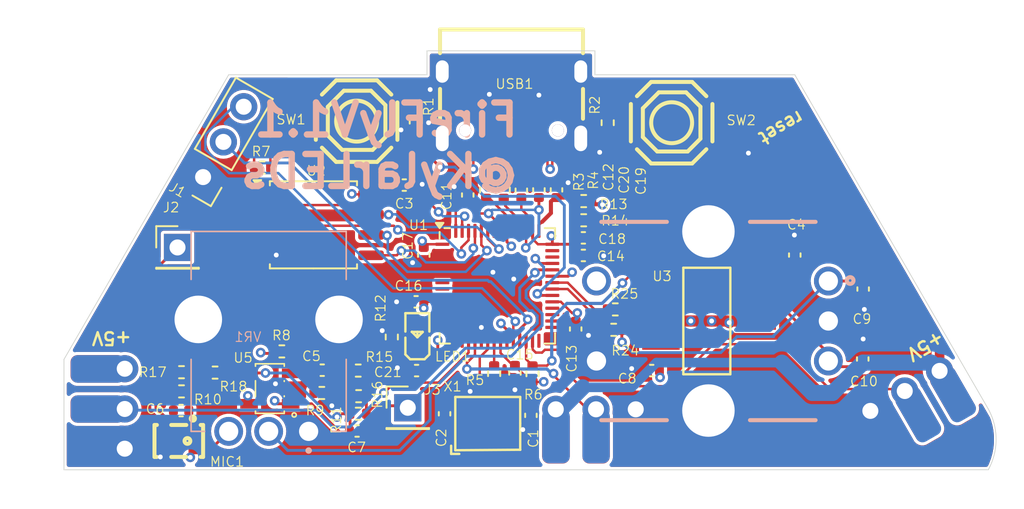
<source format=kicad_pcb>
(kicad_pcb (version 20240108) (generator "pcbnew") (generator_version "8.0")
  (layers (0 "F.Cu" signal) (1 "In1.Cu" signal) (2 "In2.Cu" signal) (31 "B.Cu" signal) (34 "B.Paste" user) (35 "F.Paste" user) (36 "B.SilkS" user "B.Silkscreen") (37 "F.SilkS" user "F.Silkscreen") (38 "B.Mask" user) (39 "F.Mask" user) (44 "Edge.Cuts" user))
  (net 0 "")
  (net 1 "BOARD_ID_0")
  (net 2 "Net-(X1-OSC2)")
  (net 6 "XIN")
  (net 7 "3V3")
  (net 8 "+5V")
  (net 9 "Net-(U5-VIN+)")
  (net 11 "MIC_RAW_OUT")
  (net 12 "Net-(C6-Pad2)")
  (net 13 "Net-(U5-VIN-)")
  (net 14 "MIC_ADC")
  (net 15 "/A")
  (net 16 "/B")
  (net 17 "Net-(U1-VREG_VOUT)")
  (net 18 "SWCLK")
  (net 19 "SWDIO")
  (net 21 "LED_OUT_1")
  (net 22 "LED_OUT_2")
  (net 23 "LED_OUT_3")
  (net 24 "Net-(LED1-K)")
  (net 29 "Net-(USB1-CC2)")
  (net 30 "Net-(USB1-CC1)")
  (net 31 "Net-(U1-USB_DP)")
  (net 35 "USB_DP")
  (net 36 "USB_DM")
  (net 37 "Net-(U1-USB_DM)")
  (net 38 "XOUT")
  (net 39 "QSPI_SS")
  (net 40 "Net-(SW1-B)")
  (net 41 "Net-(R15-Pad1)")
  (net 42 "Net-(R17-Pad1)")
  (net 43 "ENC_A")
  (net 44 "ENC_B")
  (net 45 "BUTTON")
  (net 47 "QSPI_SD3")
  (net 48 "QSPI_SP0")
  (net 49 "QSPI_SD2")
  (net 50 "POT_ADC")
  (net 51 "QSPI_CLK")
  (net 52 "ENC_SW")
  (net 53 "QSPI_SP1")
  (net 56 "STATUS_LED")
  (net 59 "ADC_VREF")
  (net 60 "Net-(SW2-D)")
  (footprint "easyeda2kicad:SW-SMD_4P-L5.1-W5.1-P3.70-LS6.5-TL-2" (layer "F.Cu") (at 225 97.5 180)
    (property "Reference" "SW2")
    (property "Value" "TS-1187A-B-A-B")
  )
  (footprint "Resistor_SMD:R_0402_1005Metric" (layer "F.Cu") (at 196.45 113.125 180)
    (property "Reference" "R18")
    (property "Value" "0")
  )
  (footprint "Resistor_SMD:R_0402_1005Metric" (layer "F.Cu") (at 205.425 114.6 180)
    (property "Reference" "R16")
    (property "Value" "0")
  )
  (footprint "Resistor_SMD:R_0402_1005Metric" (layer "F.Cu") (at 199.4 100.3)
    (property "Reference" "R7")
    (property "Value" "1K")
  )
  (footprint "Resistor_SMD:R_0402_1005Metric" (layer "F.Cu") (at 205.4 115.7 180)
    (property "Reference" "R11")
    (property "Value" "200k")
  )
  (footprint "Package_SO:SOIC-8_5.23x5.23mm_P1.27mm" (layer "F.Cu") (at 202.6 103.885)
    (property "Reference" "U2")
    (property "Value" "W25Q32JVSS")
  )
  (footprint "Capacitor_SMD:C_0402_1005Metric" (layer "F.Cu") (at 215.6 101.72 90)
    (property "Reference" "C12")
    (property "Value" "1uF")
  )
  (footprint "Resistor_SMD:R_0402_1005Metric" (layer "F.Cu") (at 219.5 102.4 180)
    (property "Reference" "R13")
    (property "Value" "220")
  )
  (footprint "Capacitor_SMD:C_0402_1005Metric" (layer "F.Cu") (at 217.8 101.7 90)
    (property "Reference" "C19")
    (property "Value" "2.2uF")
  )
  (footprint "Resistor_SMD:R_0402_1005Metric" (layer "F.Cu") (at 203.125 114.4 180)
    (property "Reference" "R9")
    (property "Value" "10K")
  )
  (footprint "easyeda2kicad:MIC-SMD_4P-L2.8-W1.9-P1.84-TL" (layer "F.Cu") (at 194.1 117.4 -90)
    (property "Reference" "MIC1")
    (property "Value" "ZTS6216")
  )
  (footprint "Capacitor_SMD:C_0402_1005Metric" (layer "F.Cu") (at 223.755 113 180)
    (property "Reference" "C8")
    (property "Value" "10uF")
  )
  (footprint "easyeda2kicad:LED0603-RD" (layer "F.Cu") (at 209.1 110.8 90)
    (property "Reference" "LED1")
    (property "Value" "KT-0603R")
  )
  (footprint "Resistor_SMD:R_0402_1005Metric" (layer "F.Cu") (at 219.5 103.6 180)
    (property "Reference" "R14")
    (property "Value" "0")
  )
  (footprint "Capacitor_SMD:C_0402_1005Metric" (layer "F.Cu") (at 219.48 104.7)
    (property "Reference" "C18")
    (property "Value" "100nF")
  )
  (footprint "Capacitor_SMD:C_0402_1005Metric" (layer "F.Cu") (at 205.33 116.775)
    (property "Reference" "C7")
    (property "Value" "33pF")
  )
  (footprint "Capacitor_SMD:C_0402_1005Metric" (layer "F.Cu") (at 208.28 101.4 180)
    (property "Reference" "C3")
    (property "Value" "10uF")
  )
  (footprint "Capacitor_SMD:C_0402_1005Metric" (layer "F.Cu") (at 194.325 115.5 180)
    (property "Reference" "C6")
    (property "Value" "2.2uF")
  )
  (footprint "Resistor_SMD:R_0402_1005Metric" (layer "F.Cu") (at 213.4 101.7 -90)
    (property "Reference" "R3")
    (property "Value" "22")
  )
  (footprint "Capacitor_SMD:C_0402_1005Metric" (layer "F.Cu") (at 203.15 112.975 180)
    (property "Reference" "C5")
    (property "Value" "1uF")
  )
  (footprint "easyeda2kicad:OSC-SMD_4P-L3.2-W2.5-BL" (layer "F.Cu") (at 213.5 116.3)
    (property "Reference" "X1")
    (property "Value" "X322512MSB4SI")
  )
  (footprint "easyeda2kicad:SOT-23-5_L3.0-W1.7-P0.95-LS2.8-BR" (layer "F.Cu") (at 199.875 114.125)
    (property "Reference" "U5")
    (property "Value" "MCP6001T-I/OT")
  )
  (footprint "Resistor_SMD:R_0402_1005Metric" (layer "F.Cu") (at 207.5 110.9 -90)
    (property "Reference" "R12")
    (property "Value" "220")
  )
  (footprint "Capacitor_SMD:C_0402_1005Metric" (layer "F.Cu") (at 215.2 113.15 -90)
    (property "Reference" "C15")
    (property "Value" "100nF")
  )
  (footprint "Resistor_SMD:R_0402_1005Metric" (layer "F.Cu") (at 213.9 113.19 90)
    (property "Reference" "R5")
    (property "Value" "1K")
  )
  (footprint "Capacitor_SMD:C_0402_1005Metric" (layer "F.Cu") (at 236.975 107.9 -90)
    (property "Reference" "C9")
    (property "Value" "0.1uF")
  )
  (footprint "mouser:ledstrip_3pin_withpins" (layer "F.Cu") (at 241.340511 117.301414 120)
    (property "Reference" "LEDS3" (hide yes))
    (property "Value" "ledstrip_3pin_10mm" (hide yes))
  )
  (footprint "Resistor_SMD:R_0402_1005Metric" (layer "F.Cu") (at 209 97.4 90)
    (property "Reference" "R1")
    (property "Value" "5.1K")
  )
  (footprint "Capacitor_SMD:C_0402_1005Metric" (layer "F.Cu") (at 216.2 115.8 90)
    (property "Reference" "C1")
    (property "Value" "15pF")
  )
  (footprint "Resistor_SMD:R_0402_1005Metric" (layer "F.Cu") (at 194.35 114.3 180)
    (property "Reference" "R10")
    (property "Value" "3.3k")
  )
  (footprint "Resistor_SMD:R_0402_1005Metric" (layer "F.Cu") (at 205.4 113 180)
    (property "Reference" "R15")
    (property "Value" "100k")
  )
  (footprint "Package_DFN_QFN:QFN-56-1EP_7x7mm_P0.4mm_EP3.2x3.2mm" (layer "F.Cu") (at 214.1 107.7)
    (property "Reference" "U1")
    (property "Value" "RP2040")
  )
  (footprint "Connector_PinHeader_2.54mm:PinHeader_1x01_P2.54mm_Vertical" (layer "F.Cu") (at 208.5 115.325)
    (property "Reference" "J3")
    (property "Value" "Conn_01x01_Pin")
  )
  (footprint "Resistor_SMD:R_0402_1005Metric" (layer "F.Cu") (at 216.3 113.2 90)
    (property "Reference" "R6")
    (property "Value" "10K")
  )
  (footprint "Capacitor_SMD:C_0402_1005Metric" (layer "F.Cu") (at 212.25 102.02 90)
    (property "Reference" "C11")
    (property "Value" "1uF")
  )
  (footprint "Capacitor_SMD:C_0402_1005Metric" (layer "F.Cu") (at 209.02 108.7 180)
    (property "Reference" "C16")
    (property "Value" "100nF")
  )
  (footprint "easyeda2kicad:SOT-223-3_L6.5-W3.4-P2.30-LS7.0-BR" (layer "F.Cu") (at 227.3 109.9)
    (property "Reference" "U3")
    (property "Value" "AMS1117-3.3")
  )
  (footprint "Capacitor_SMD:C_0402_1005Metric" (layer "F.Cu") (at 232.7 105.775 90)
    (property "Reference" "C4")
    (property "Value" "10uF")
  )
  (footprint "Resistor_SMD:R_0402_1005Metric" (layer "F.Cu") (at 214.5 101.7 -90)
    (property "Reference" "R4")
    (property "Value" "22")
  )
  (footprint "Capacitor_SMD:C_0402_1005Metric" (layer "F.Cu") (at 219 110.4 -90)
    (property "Reference" "C13")
    (property "Value" "100nF")
  )
  (footprint "Resistor_SMD:R_0402_1005Metric" (layer "F.Cu") (at 200.625 111.8 180)
    (property "Reference" "R8")
    (property "Value" "10K")
  )
  (footprint "Resistor_SMD:R_0402_1005Metric" (layer "F.Cu") (at 221.375 110.45)
    (property "Reference" "R24")
    (property "Value" "10k")
  )
  (footprint "Resistor_SMD:R_0402_1005Metric" (layer "F.Cu") (at 194.35 113.1 180)
    (property "Reference" "R17")
    (property "Value" "10k")
  )
  (footprint "Resistor_SMD:R_0402_1005Metric" (layer "F.Cu") (at 221 97.5 -90)
    (property "Reference" "R2")
    (property "Value" "5.1K")
  )
  (footprint "Capacitor_SMD:C_0402_1005Metric" (layer "F.Cu") (at 219.48 105.8)
    (property "Reference" "C14")
    (property "Value" "100nF")
  )
  (footprint "Capacitor_SMD:C_0402_1005Metric" (layer "F.Cu") (at 210.8 115.7 -90)
    (property "Reference" "C2")
    (property "Value" "15pF")
  )
  (footprint "easyeda2kicad:USB-C_SMD-TYPE-C-31-M-12" (layer "F.Cu") (at 214.9865 96.77 180)
    (property "Reference" "USB1")
    (property "Value" "USB-TYPE-C-018")
  )
  (footprint "Connector_PinHeader_2.54mm:PinHeader_1x01_P2.54mm_Vertical" (layer "F.Cu") (at 194.1 105.3)
    (property "Reference" "J2")
    (property "Value" "Conn_01x01_Pin")
  )
  (footprint "Resistor_SMD:R_0402_1005Metric" (layer "F.Cu") (at 221.475 109.175)
    (property "Reference" "R25")
    (property "Value" "10k")
  )
  (footprint "Connector_PinHeader_2.54mm:PinHeader_1x03_P2.54mm_Vertical" (layer "F.Cu") (at 195.7 100.9 150)
    (property "Reference" "J1")
    (property "Value" "Conn_01x03")
  )
  (footprint "Capacitor_SMD:C_0402_1005Metric" (layer "F.Cu") (at 216.7 101.7 90)
    (property "Reference" "C20")
    (property "Value" "100nF")
  )
  (footprint "easyeda2kicad:SW-SMD_4P-L5.1-W5.1-P3.70-LS6.5-TL-2" (layer "F.Cu") (at 205.3 97.4 180)
    (property "Reference" "SW1")
    (property "Value" "TS-1187A-B-A-B")
  )
  (footprint "Capacitor_SMD:C_0402_1005Metric" (layer "F.Cu") (at 209.5 105.78 -90)
    (property "Reference" "C17")
    (property "Value" "100nF")
  )
  (footprint "Capacitor_SMD:C_0402_1005Metric" (layer "F.Cu") (at 209.05 113 180)
    (property "Reference" "C21")
    (property "Value" "100nF")
  )
  (footprint "Capacitor_SMD:C_0402_1005Metric" (layer "F.Cu") (at 236.95 112.275 -90)
    (property "Reference" "C10")
    (property "Value" "0.1uF")
  )
  (footprint "mouser:ledstrip_3pin_withpins" (layer "B.Cu") (at 220.25549 118.921351 90)
    (property "Reference" "LEDS2" (hide yes))
    (property "Value" "ledstrip_3pin_10mm" (hide yes))
  )
  (footprint "mouser:PEC12R-4XXXF-SXXXX_court" (layer "B.Cu") (at 227.3 109.9 -90)
    (property "Reference" "U7" (hide yes))
    (property "Value" "PEC12R-4215F-S0024" (hide yes))
  )
  (footprint "mouser:ledstrip_3pin_withpins" (layer "B.Cu") (at 187.3 115.385)
    (property "Reference" "LEDS1" (hide yes))
    (property "Value" "ledstrip_3pin_10mm" (hide yes))
  )
  (footprint "mouser:PTV09A4020FB103" (layer "B.Cu") (at 199.8 111.2 180)
    (property "Reference" "VR1")
    (property "Value" "PTV09A-4020F-B104" (hide yes))
  )
  (gr_line (start 187 112.3) (end 197.3 94.5) (stroke (width 0.05)) (layer "Edge.Cuts"))
  (gr_arc (start 244.8 115.4) (mid 245.288097 117.300175) (end 244.801193 119.200655) (stroke (width 0.05)) (layer "Edge.Cuts"))
  (gr_line (start 187 119.201414) (end 187 112.3) (stroke (width 0.05)) (layer "Edge.Cuts"))
  (gr_line (start 244.801193 119.200655) (end 187 119.201414) (stroke (width 0.05)) (layer "Edge.Cuts"))
  (gr_line (start 220.2 93) (end 220.2 94.5) (stroke (width 0.05)) (layer "Edge.Cuts"))
  (gr_line (start 232.7 94.5) (end 244.8 115.4) (stroke (width 0.05)) (layer "Edge.Cuts"))
  (gr_line (start 209.7 93) (end 220.2 93) (stroke (width 0.05)) (layer "Edge.Cuts"))
  (gr_line (start 197.3 94.5) (end 209.7 94.5) (stroke (width 0.05)) (layer "Edge.Cuts"))
  (gr_line (start 209.7 94.5) (end 209.7 93) (stroke (width 0.05)) (layer "Edge.Cuts"))
  (gr_line (start 220.2 94.5) (end 232.7 94.5) (stroke (width 0.05)) (layer "Edge.Cuts"))
  (gr_text "FireFlyV1.1\n@KylarLEDs" (at 215.6 101.72 0) (layer "B.SilkS") (effects (font (size 2 2) (thickness 0.4) (bold yes)) (justify left bottom mirror)))
  (gr_text "reset" (at 233 96.6 210) (layer "F.SilkS") (effects (font (size 0.8 0.8) (thickness 0.15) (bold yes)) (justify left bottom)))
  (gr_text "+5V" (at 241.8 110.4 -150) (layer "F.SilkS") (effects (font (size 0.8 0.8) (thickness 0.15) (bold yes)) (justify left bottom)))
  (gr_text "+5V" (at 191.3 110.5 180) (layer "F.SilkS") (effects (font (size 0.8 0.8) (thickness 0.15) (bold yes)) (justify left bottom)))
  (segment (start 219.96 104.8) (end 219.96 105.8) (width 0.254) (layer "F.Cu") (net 1))
  (segment (start 223.275 113) (end 222.625 113) (width 0.254) (layer "F.Cu") (net 1))
  (segment (start 220.1865 99.35) (end 219.3165 98.48) (width 0.1524) (layer "F.Cu") (net 1))
  (segment (start 203.81 115.14) (end 203.75 115.2) (width 0.1778) (layer "F.Cu") (net 1))
  (segment (start 207.01 110.39) (end 206.9 110.5) (width 0.1778) (layer "F.Cu") (net 1))
  (segment (start 215.2 113.66) (end 215.2 114.2) (width 0.1524) (layer "F.Cu") (net 1))
  (segment (start 215.6 101.24) (end 216.68 101.24) (width 0.254) (layer "F.Cu") (net 1))
  (segment (start 214.67 117.18) (end 215.2 117.18) (width 0.1524) (layer "F.Cu") (net 1))
  (segment (start 193.01 117.73) (end 193.01 118.385) (width 0.1778) (layer "F.Cu") (net 1))
  (segment (start 229.75 99.35) (end 229.8 99.4) (width 0.1524) (layer "F.Cu") (net 1))
  (segment (start 212.47 115.42) (end 212.47 114.37) (width 0.1524) (layer "F.Cu") (net 1))
  (segment (start 220.9 98.01) (end 219.7865 98.01) (width 0.1524) (layer "F.Cu") (net 1))
  (segment (start 236.975 108.38) (end 236.975 109.1) (width 0.1778) (layer "F.Cu") (net 1))
  (segment (start 200.525 114.125) (end 200.225 113.825) (width 0.1778) (layer "F.Cu") (net 1))
  (segment (start 203.81 114.4) (end 203.81 113.03) (width 0.1778) (layer "F.Cu") (net 1))
  (segment (start 211.9365 99.24) (end 211.4165 99.24) (width 0.1524) (layer "F.Cu") (net 1))
  (segment (start 212.25 101.54) (end 211.44 101.54) (width 0.1524) (layer "F.Cu") (net 1))
  (segment (start 236.95 111.795) (end 236.95 111.05) (width 0.1778) (layer "F.Cu") (net 1))
  (segment (start 237 111.795) (end 236.695 111.795) (width 0.1778) (layer "F.Cu") (net 1))
  (segment (start 208.54 108.7) (end 207.8 108.7) (width 0.1524) (layer "F.Cu") (net 1))
  (segment (start 236.95 111.05) (end 236.975 111.025) (width 0.1778) (layer "F.Cu") (net 1))
  (segment (start 210.6625 106.7) (end 210.6625 107.1) (width 0.1524) (layer "F.Cu") (net 1))
  (segment (start 200.26 105.79) (end 200.275 105.775) (width 0.1524) (layer "F.Cu") (net 1))
  (segment (start 218.5565 99.24) (end 219.3165 98.48) (width 0.1778) (layer "F.Cu") (net 1))
  (segment (start 220.5 99.35) (end 220.1865 99.35) (width 0.1524) (layer "F.Cu") (net 1))
  (segment (start 210.6625 106.3) (end 209.54 106.3) (width 0.1524) (layer "F.Cu") (net 1))
  (segment (start 209.54 106.3) (end 209.5 106.26) (width 0.1524) (layer "F.Cu") (net 1))
  (segment (start 212.47 115.42) (end 211.1 115.42) (width 0.1524) (layer "F.Cu") (net 1))
  (segment (start 236.975 109.1) (end 237.05 109.175) (width 0.1778) (layer "F.Cu") (net 1))
  (segment (start 227.3 115.5) (end 227.3 115.17) (width 0.7) (layer "F.Cu") (net 1))
  (segment (start 210.6625 105.5) (end 210.6625 106.7) (width 0.1524) (layer "F.Cu") (net 1))
  (segment (start 218.525 101.25) (end 217.73 101.25) (width 0.254) (layer "F.Cu") (net 1))
  (segment (start 219.96 105.8) (end 220.725 105.8) (width 0.254) (layer "F.Cu") (net 1))
  (segment (start 209.5 106.26) (end 208.81 106.26) (width 0.1524) (layer "F.Cu") (net 1))
  (segment (start 209.775 95.55) (end 209.9 95.425) (width 0.1778) (layer "F.Cu") (net 1))
  (segment (start 211.1 115.42) (end 211 115.32) (width 0.1524) (layer "F.Cu") (net 1))
  (segment (start 210.6625 105.9) (end 210.6625 105.5) (width 0.1524) (layer "F.Cu") (net 1))
  (segment (start 213.1 111.1375) (end 213.1 110.3) (width 0.1524) (layer "F.Cu") (net 1))
  (segment (start 219 110.88) (end 219.72 110.88) (width 0.2) (layer "F.Cu") (net 1))
  (segment (start 199 105.79) (end 200.26 105.79) (width 0.1524) (layer "F.Cu") (net 1))
  (segment (start 227.196351 115.396351) (end 227.3 115.5) (width 0.7) (layer "F.Cu") (net 1))
  (segment (start 211.44 101.54) (end 211.4 101.5) (width 0.1524) (layer "F.Cu") (net 1))
  (segment (start 215.2 117.18) (end 216.1 116.28) (width 0.1524) (layer "F.Cu") (net 1))
  (segment (start 207.5 110.39) (end 207.01 110.39) (width 0.1778) (layer "F.Cu") (net 1))
  (segment (start 207.85 112.825) (end 208.125 113.1) (width 0.1778) (layer "F.Cu") (net 1))
  (segment (start 232.675 104.525) (end 232.7 104.55) (width 0.1524) (layer "F.Cu") (net 1))
  (segment (start 222.625 113) (end 222.5 112.875) (width 0.254) (layer "F.Cu") (net 1))
  (segment (start 208.115 97.91) (end 208.075 97.95) (width 0.1524) (layer "F.Cu") (net 1))
  (segment (start 209 97.91) (end 208.115 97.91) (width 0.1524) (layer "F.Cu") (net 1))
  (segment (start 216.68 101.24) (end 216.7 101.22) (width 0.254) (layer "F.Cu") (net 1))
  (segment (start 201.175 114.125) (end 200.525 114.125) (width 0.1778) (layer "F.Cu") (net 1))
  (segment (start 193.01 117.73) (end 193.01 116.67) (width 0.1778) (layer "F.Cu") (net 1))
  (segment (start 209 97.91) (end 210.0865 97.91) (width 0.1524) (layer "F.Cu") (net 1))
  (segment (start 210.6625 106.3) (end 210.6625 105.9) (width 0.1524) (layer "F.Cu") (net 1))
  (segment (start 232.7 104.55) (end 232.7 105.295) (width 0.1524) (layer "F.Cu") (net 1))
  (segment (start 211.6365 99.24) (end 211.4165 99.24) (width 0.1778) (layer "F.Cu") (net 1))
  (segment (start 193.01 118.385) (end 193.025 118.4) (width 0.1778) (layer "F.Cu") (net 1))
  (segment (start 227.3 115.17) (end 230.27 112.2) (width 0.7) (layer "F.Cu") (net 1))
  (segment (start 228.3 99.35) (end 229.75 99.35) (width 0.1524) (layer "F.Cu") (net 1))
  (segment (start 208.125 113.1) (end 208.57 113.1) (width 0.1778) (layer "F.Cu") (net 1))
  (segment (start 203.81 113.03) (end 203.78 113) (width 0.1778) (layer "F.Cu") (net 1))
  (segment (start 210.0865 97.91) (end 210.6565 98.48) (width 0.1524) (layer "F.Cu") (net 1))
  (segment (start 208.76 101.4) (end 209.35 101.4) (width 0.1524) (layer "F.Cu") (net 1))
  (segment (start 212.47 114.37) (end 212.4 114.3) (width 0.1524) (layer "F.Cu") (net 1))
  (segment (start 223.0875 115.396351) (end 227.196351 115.396351) (width 0.7) (layer "F.Cu") (net 1))
  (segment (start 209.35 101.4) (end 209.4 101.35) (width 0.1524) (layer "F.Cu") (net 1))
  (segment (start 203.81 114.4) (end 203.81 115.14) (width 0.1778) (layer "F.Cu") (net 1))
  (segment (start 208.81 106.26) (end 208.8 106.25) (width 0.1524) (layer "F.Cu") (net 1))
  (segment (start 217.73 101.25) (end 217.7 101.22) (width 0.254) (layer "F.Cu") (net 1))
  (segment (start 208.6 95.55) (end 209.775 95.55) (width 0.1778) (layer "F.Cu") (net 1))
  (segment (start 220.725 105.8) (end 220.75 105.825) (width 0.254) (layer "F.Cu") (net 1))
  (segment (start 219.7865 98.01) (end 219.3165 98.48) (width 0.1524) (layer "F.Cu") (net 1))
  (segment (start 211.4165 99.24) (end 210.6565 98.48) (width 0.1778) (layer "F.Cu") (net 1))
  (segment (start 221.7 99.35) (end 220.5 99.35) (width 0.1778) (layer "F.Cu") (net 1))
  (segment (start 216.7 101.22) (end 217.7 101.22) (width 0.254) (layer "F.Cu") (net 1))
  (segment (start 218.3365 99.24) (end 218.5565 99.24) (width 0.1778) (layer "F.Cu") (net 1))
  (via (at 208.8 106.25) (size 0.6) (drill 0.3) (layers "F.Cu" "B.Cu") (net 1))
  (via (at 207.8 108.7) (size 0.6) (drill 0.3) (layers "F.Cu" "B.Cu") (net 1))
  (via (at 200.225 113.825) (size 0.6) (drill 0.3) (layers "F.Cu" "B.Cu") (net 1))
  (via (at 237.05 109.175) (size 0.6) (drill 0.3) (layers "F.Cu" "B.Cu") (net 1))
  (via (at 220.5 99.35) (size 0.6) (drill 0.3) (layers "F.Cu" "B.Cu") (net 1))
  (via (at 211.4 101.5) (size 0.6) (drill 0.3) (layers "F.Cu" "B.Cu") (net 1))
  (via (at 209.8 97.5) (size 0.6) (drill 0.3) (layers "F.Cu" "B.Cu") (net 1))
  (via (at 222.5 112.875) (size 0.6) (drill 0.3) (layers "F.Cu" "B.Cu") (net 1))
  (via (at 208.075 97.95) (size 0.6) (drill 0.3) (layers "F.Cu" "B.Cu") (net 1))
  (via (at 216.7 95.775) (size 0.6) (drill 0.3) (layers "F.Cu" "B.Cu") (net 1))
  (via (at 236.975 111.025) (size 0.6) (drill 0.3) (layers "F.Cu" "B.Cu") (net 1))
  (via (at 232.675 104.525) (size 0.6) (drill 0.3) (layers "F.Cu" "B.Cu") (net 1))
  (via (at 215.69 116.69) (size 0.6) (drill 0.3) (layers "F.Cu" "B.Cu") (net 1))
  (via (at 213.6 95.725) (size 0.6) (drill 0.3) (layers "F.Cu" "B.Cu") (net 1))
  (via (at 213.825 106.85) (size 0.6) (drill 0.3) (layers "F.Cu" "B.Cu") (net 1))
  (via (at 219.8 110.8) (size 0.6) (drill 0.3) (layers "F.Cu" "B.Cu") (net 1))
  (via (at 200.275 105.775) (size 0.6) (drill 0.3) (layers "F.Cu" "B.Cu") (net 1))
  (via (at 209.9 95.425) (size 0.6) (drill 0.3) (layers "F.Cu" "B.Cu") (net 1))
  (via (at 215.2 114.2) (size 0.6) (drill 0.3) (layers "F.Cu" "B.Cu") (net 1))
  (via (at 206.9 110.5) (size 0.6) (drill 0.3) (layers "F.Cu" "B.Cu") (net 1))
  (via (at 207.85 112.825) (size 0.6) (drill 0.3) (layers "F.Cu" "B.Cu") (net 1))
  (via (at 213.1 110.3) (size 0.6) (drill 0.3) (layers "F.Cu" "B.Cu") (net 1))
  (via (at 220.75 105.825) (size 0.6) (drill 0.3) (layers "F.Cu" "B.Cu") (net 1))
  (via (at 209.4 101.35) (size 0.6) (drill 0.3) (layers "F.Cu" "B.Cu") (net 1))
  (via (at 193.025 118.4) (size 0.6) (drill 0.3) (layers "F.Cu" "B.Cu") (net 1))
  (via (at 229.8 99.4) (size 0.6) (drill 0.3) (layers "F.Cu" "B.Cu") (net 1))
  (via (at 212.4 114.3) (size 0.6) (drill 0.3) (layers "F.Cu" "B.Cu") (net 1))
  (via (at 215.125 107.275) (size 0.6) (drill 0.3) (layers "F.Cu" "B.Cu") (net 1))
  (via (at 203.75 115.2) (size 0.6) (drill 0.3) (layers "F.Cu" "B.Cu") (net 1))
  (via (at 218.525 101.25) (size 0.6) (drill 0.3) (layers "F.Cu" "B.Cu") (net 1))
  (segment (start 219.72 110.88) (end 219.8 110.8) (width 0.2) (layer "B.Cu") (net 1))
  (segment (start 213.9 113.7) (end 213.9 114.65) (width 0.1524) (layer "F.Cu") (net 2))
  (segment (start 216 115.42) (end 216.1 115.32) (width 0.1524) (layer "F.Cu") (net 2))
  (segment (start 213.9 114.65) (end 214.67 115.42) (width 0.1524) (layer "F.Cu") (net 2))
  (segment (start 214.67 115.42) (end 216 115.42) (width 0.1524) (layer "F.Cu") (net 2))
  (segment (start 213.47 116.18) (end 213.47 114.27) (width 0.1524) (layer "F.Cu") (net 6))
  (segment (start 211 116.28) (end 211.57 116.28) (width 0.1524) (layer "F.Cu") (net 6))
  (segment (start 212.47 117.18) (end 212 117.18) (width 0.1524) (layer "F.Cu") (net 6))
  (segment (start 213.5 111.67136) (end 213.5 111.1375) (width 0.1524) (layer "F.Cu") (net 6))
  (segment (start 213.47 114.27) (end 213 113.8) (width 0.1524) (layer "F.Cu") (net 6))
  (segment (start 211.57 116.28) (end 212.47 117.18) (width 0.1524) (layer "F.Cu") (net 6))
  (segment (start 212.47 117.18) (end 213.47 116.18) (width 0.1524) (layer "F.Cu") (net 6))
  (segment (start 213 112.17136) (end 213.5 111.67136) (width 0.1524) (layer "F.Cu") (net 6))
  (segment (start 213 113.8) (end 213 112.17136) (width 0.1524) (layer "F.Cu") (net 6))
  (segment (start 209.7 105.1) (end 209.5 105.3) (width 0.1524) (layer "F.Cu") (net 7))
  (segment (start 228.5 109.9) (end 228.6 110) (width 0.7) (layer "F.Cu") (net 7))
  (segment (start 205.03 101.98) (end 205 101.95) (width 0.1524) (layer "F.Cu") (net 7))
  (segment (start 214.7 104.2625) (end 214.3 104.2625) (width 0.1778) (layer "F.Cu") (net 7))
  (segment (start 209.5 105.3) (end 209.5 105) (width 0.1524) (layer "F.Cu") (net 7))
  (segment (start 209.5 105) (end 209.4 104.9) (width 0.1524) (layer "F.Cu") (net 7))
  (segment (start 198.5 115) (end 198.575 115.075) (width 0.1778) (layer "F.Cu") (net 7))
  (segment (start 218.7 105.1) (end 219 104.8) (width 0.1778) (layer "F.Cu") (net 7))
  (segment (start 194.99 117.73) (end 196.37 117.73) (width 0.1778) (layer "F.Cu") (net 7))
  (segment (start 199.35 111.925) (end 199.3 111.875) (width 0.1778) (layer "F.Cu") (net 7))
  (segment (start 216.3 113.71) (end 216.99 113.71) (width 0.1524) (layer "F.Cu") (net 7))
  (segment (start 216.3 113.71) (end 216.21 113.71) (width 0.1524) (layer "F.Cu") (net 7))
  (segment (start 210.6625 105.1) (end 209.7 105.1) (width 0.1524) (layer "F.Cu") (net 7))
  (segment (start 219 104.72) (end 220.02 103.7) (width 0.254) (layer "F.Cu") (net 7))
  (segment (start 217.5375 105.1) (end 218.7 105.1) (width 0.1778) (layer "F.Cu") (net 7))
  (segment (start 216.637296 105.1) (end 217.5375 105.1) (width 0.1524) (layer "F.Cu") (net 7))
  (segment (start 220.65 102.6) (end 220.675 102.625) (width 0.254) (layer "F.Cu") (net 7))
  (segment (start 218.77136 109.4) (end 218.07136 108.7) (width 0.1524) (layer "F.Cu") (net 7))
  (segment (start 224.235 113.385) (end 224.235 113) (width 0.254) (layer "F.Cu") (net 7))
  (segment (start 216.21 113.71) (end 215.2 112.7) (width 0.1524) (layer "F.Cu") (net 7))
  (segment (start 218.07136 108.7) (end 217.5375 108.7) (width 0.1524) (layer "F.Cu") (net 7))
  (segment (start 228.6 110) (end 228.7 109.9) (width 0.7) (layer "F.Cu") (net 7))
  (segment (start 206.2 101.98) (end 205.03 101.98) (width 0.1524) (layer "F.Cu") (net 7))
  (segment (start 200.115 111.925) (end 199.35 111.925) (width 0.1778) (layer "F.Cu") (net 7))
  (segment (start 194.99 117.73) (end 194.99 118.335) (width 0.1778) (layer "F.Cu") (net 7))
  (segment (start 219.1 109.4) (end 218.77136 109.4) (width 0.1524) (layer "F.Cu") (net 7))
  (segment (start 220.02 103.7) (end 220.02 102.61) (width 0.254) (layer "F.Cu") (net 7))
  (segment (start 196.37 117.73) (end 197.3 116.8) (width 0.1778) (layer "F.Cu") (net 7))
  (segment (start 220.02 102.61) (end 220.01 102.6) (width 0.254) (layer "F.Cu") (net 7))
  (segment (start 228.7 109.9) (end 230.27 109.9) (width 0.7) (layer "F.Cu") (net 7))
  (segment (start 217.5375 105.1) (end 217.5375 104.6375) (width 0.1778) (layer "F.Cu") (net 7))
  (segment (start 210.6625 108.7) (end 209.5 108.7) (width 0.1524) (layer "F.Cu") (net 7))
  (segment (start 220.01 102.6) (end 220.65 102.6) (width 0.254) (layer "F.Cu") (net 7))
  (segment (start 216.3 103.6) (end 215.6 102.9) (width 0.1524) (layer "F.Cu") (net 7))
  (segment (start 207.8 101.4) (end 206.78 101.4) (width 0.1524) (layer "F.Cu") (net 7))
  (segment (start 216.3 104.762704) (end 216.637296 105.1) (width 0.1524) (layer "F.Cu") (net 7))
  (segment (start 216.3 104.2625) (end 216.3 103.6) (width 0.1524) (layer "F.Cu") (net 7))
  (segment (start 206.78 101.4) (end 206.2 101.98) (width 0.1524) (layer "F.Cu") (net 7))
  (segment (start 215.6 102.9) (end 215.6 102.38) (width 0.1524) (layer "F.Cu") (net 7))
  (segment (start 214.3 111.9) (end 215.1 112.7) (width 0.1524) (layer "F.Cu") (net 7))
  (segment (start 219 105.8) (end 219 104.8) (width 0.254) (layer "F.Cu") (net 7))
  (segment (start 216.3 104.2625) (end 216.3 104.762704) (width 0.1524) (layer "F.Cu") (net 7))
  (segment (start 214.3 111.1375) (end 214.3 111.9) (width 0.1524) (layer "F.Cu") (net 7))
  (segment (start 227.5 109.9) (end 226.2 109.9) (width 0.7) (layer "F.Cu") (net 7))
  (segment (start 217.5375 104.6375) (end 217.475 104.575) (width 0.1778) (layer "F.Cu") (net 7))
  (segment (start 214.7 104.95) (end 214.975 105.225) (width 0.1778) (layer "F.Cu") (net 7))
  (segment (start 194.99 118.335) (end 194.9 118.425) (width 0.1778) (layer "F.Cu") (net 7))
  (segment (start 219 104.8) (end 219 104.72) (width 0.254) (layer "F.Cu") (net 7))
  (segment (start 227.5 109.9) (end 228.5 109.9) (width 0.7) (layer "F.Cu") (net 7))
  (segment (start 198.5 114.575) (end 198.5 115) (width 0.1778) (layer "F.Cu") (net 7))
  (segment (start 209.5 108.7) (end 209.5 109.1) (width 0.1524) (layer "F.Cu") (net 7))
  (segment (start 224.275 113.425) (end 224.235 113.385) (width 0.254) (layer "F.Cu") (net 7))
  (segment (start 224.33 109.9) (end 226.2 109.9) (width 0.7) (layer "F.Cu") (net 7))
  (segment (start 215.1 112.7) (end 215.2 112.7) (width 0.1524) (layer "F.Cu") (net 7))
  (segment (start 216.99 113.71) (end 217 113.7) (width 0.1524) (layer "F.Cu") (net 7))
  (segment (start 214.7 104.2625) (end 214.7 104.95) (width 0.1778) (layer "F.Cu") (net 7))
  (via (at 228.6 110) (size 0.6) (drill 0.3) (layers "F.Cu" "B.Cu") (net 7))
  (via (at 217.475 104.575) (size 0.6) (drill 0.3) (layers "F.Cu" "B.Cu") (net 7))
  (via (at 217 113.7) (size 0.6) (drill 0.3) (layers "F.Cu" "B.Cu") (net 7))
  (via (at 226.2 109.9) (size 0.6) (drill 0.3) (layers "F.Cu" "B.Cu") (net 7))
  (via (at 194.9 118.425) (size 0.6) (drill 0.3) (layers "F.Cu" "B.Cu") (net 7))
  (via (at 209.5 109.1) (size 0.6) (drill 0.3) (layers "F.Cu" "B.Cu") (net 7))
  (via (at 198.5 114.575) (size 0.6) (drill 0.3) (layers "F.Cu" "B.Cu") (net 7))
  (via (at 214.975 105.225) (size 0.6) (drill 0.3) (layers "F.Cu" "B.Cu") (net 7))
  (via (at 205 101.95) (size 0.6) (drill 0.3) (layers "F.Cu" "B.Cu") (net 7))
  (via (at 219.1 109.4) (size 0.6) (drill 0.3) (layers "F.Cu" "B.Cu") (net 7))
  (via (at 224.275 113.425) (size 0.6) (drill 0.3) (layers "F.Cu" "B.Cu") (net 7))
  (via (at 227.5 109.9) (size 0.6) (drill 0.3) (layers "F.Cu" "B.Cu") (net 7))
  (via (at 209.4 104.9) (size 0.6) (drill 0.3) (layers "F.Cu" "B.Cu") (net 7))
  (via (at 199.3 111.875) (size 0.6) (drill 0.3) (layers "F.Cu" "B.Cu") (net 7))
  (via (at 220.675 102.625) (size 0.6) (drill 0.3) (layers "F.Cu" "B.Cu") (net 7))
  (segment (start 219.1 109.7) (end 219.02 109.78) (width 0.2) (layer "B.Cu") (net 7))
  (segment (start 219.1 109.4) (end 219.1 109.7) (width 0.2) (layer "B.Cu") (net 7))
  (segment (start 217.5365 100.2635) (end 217.4 100.4) (width 0.1524) (layer "F.Cu") (net 8))
  (segment (start 212.6 99.4035) (end 212.4365 99.24) (width 0.1524) (layer "F.Cu") (net 8))
  (segment (start 232.475 107.6) (end 230.27 107.6) (width 0.6) (layer "F.Cu") (net 8))
  (segment (start 217.5365 99.24) (end 217.5365 100.2635) (width 0.1524) (layer "F.Cu") (net 8))
  (segment (start 234.220101 106) (end 232.882601 107.3375) (width 0.6) (layer "F.Cu") (net 8))
  (segment (start 232.7375 107.3375) (end 232.475 107.6) (width 0.6) (layer "F.Cu") (net 8))
  (segment (start 217.2365 100.2365) (end 217.2365 99.24) (width 0.1524) (layer "F.Cu") (net 8))
  (segment (start 212.6 100.4) (end 212.6 99.4035) (width 0.1524) (layer "F.Cu") (net 8))
  (segment (start 217.4 100.4) (end 217.2365 100.2365) (width 0.1524) (layer "F.Cu") (net 8))
  (segment (start 236.773976 106) (end 234.220101 106) (width 0.6) (layer "F.Cu") (net 8))
  (segment (start 232.882601 107.3375) (end 232.7375 107.3375) (width 0.6) (layer "F.Cu") (net 8))
  (segment (start 241.755574 111.555574) (end 237.785 107.585) (width 0.6) (layer "F.Cu") (net 8))
  (segment (start 237.785 107.011024) (end 236.773976 106) (width 0.6) (layer "F.Cu") (net 8))
  (segment (start 237.785 107.585) (end 237.785 107.011024) (width 0.6) (layer "F.Cu") (net 8))
  (segment (start 232.7375 107.3375) (end 232.7 107.3) (width 0.6) (layer "F.Cu") (net 8))
  (segment (start 232.7 107.3) (end 232.7 106.255) (width 0.6) (layer "F.Cu") (net 8))
  (segment (start 241.755574 113.020325) (end 241.755574 111.555574) (width 0.6) (layer "F.Cu") (net 8))
  (via (at 217.4 100.4) (size 0.6) (drill 0.3) (layers "F.Cu" "B.Cu") (net 8))
  (via (at 212.6 100.4) (size 0.6) (drill 0.3) (layers "F.Cu" "B.Cu") (net 8))
  (segment (start 223.95 112.6) (end 222.503649 114.046351) (width 0.6) (layer "B.Cu") (net 8))
  (segment (start 219.4375 114.046351) (end 218.0875 115.396351) (width 1) (layer "B.Cu") (net 8))
  (segment (start 236.962742 112.5) (end 235.062742 114.4) (width 1) (layer "B.Cu") (net 8))
  (segment (start 241.235249 112.5) (end 236.962742 112.5) (width 1) (layer "B.Cu") (net 8))
  (segment (start 235.062742 114.4) (end 233.8 114.4) (width 1) (layer "B.Cu") (net 8))
  (segment (start 224.05 112.5) (end 223.95 112.6) (width 0.6) (layer "B.Cu") (net 8))
  (segment (start 233.8 114.4) (end 231.9 112.5) (width 1) (layer "B.Cu") (net 8))
  (segment (start 222.503649 114.046351) (end 219.4375 114.046351) (width 0.6) (layer "B.Cu") (net 8))
  (segment (start 241.755574 113.020325) (end 241.235249 112.5) (width 1) (layer "B.Cu") (net 8))
  (segment (start 231.9 112.5) (end 224.05 112.5) (width 0.6) (layer "B.Cu") (net 8))
  (segment (start 201.135 113.135) (end 201.175 113.175) (width 0.1778) (layer "F.Cu") (net 9))
  (segment (start 201.35 113) (end 201.175 113.175) (width 0.1778) (layer "F.Cu") (net 9))
  (segment (start 201.135 111.925) (end 201.135 113.135) (width 0.1778) (layer "F.Cu") (net 9))
  (segment (start 202.82 113) (end 201.35 113) (width 0.1778) (layer "F.Cu") (net 9))
  (segment (start 202.79 113.03) (end 202.82 113) (width 0.1778) (layer "F.Cu") (net 9))
  (segment (start 202.79 114.4) (end 202.79 113.03) (width 0.1778) (layer "F.Cu") (net 9))
  (segment (start 192.75 106.65) (end 194.1 105.3) (width 0.1778) (layer "F.Cu") (net 11))
  (segment (start 194.805 115.5) (end 194.805 116.485) (width 0.1778) (layer "F.Cu") (net 11))
  (segment (start 194.805 116.485) (end 194.99 116.67) (width 0.1778) (layer "F.Cu") (net 11))
  (segment (start 192.75 115.325438) (end 192.75 106.65) (width 0.1778) (layer "F.Cu") (net 11))
  (segment (start 194.99 116.67) (end 194.094562 116.67) (width 0.1778) (layer "F.Cu") (net 11))
  (segment (start 194.094562 116.67) (end 192.75 115.325438) (width 0.1778) (layer "F.Cu") (net 11))
  (segment (start 193.84 115.495) (end 193.845 115.5) (width 0.1778) (layer "F.Cu") (net 12))
  (segment (start 193.84 113.1) (end 193.84 114.3) (width 0.1778) (layer "F.Cu") (net 12))
  (segment (start 193.84 114.3) (end 193.84 115.495) (width 0.1778) (layer "F.Cu") (net 12))
  (segment (start 204.1939 113.8061) (end 204.1939 114.8311) (width 0.1778) (layer "F.Cu") (net 13))
  (segment (start 204.89 116.735) (end 204.85 116.775) (width 0.1778) (layer "F.Cu") (net 13))
  (segment (start 198.525 113.125) (end 198.575 113.175) (width 0.1778) (layer "F.Cu") (net 13))
  (segment (start 204.89 115.5272) (end 204.89 115.7) (width 0.1778) (layer "F.Cu") (net 13))
  (segment (start 198.6 113.15) (end 198.575 113.175) (width 0.1778) (layer "F.Cu") (net 13))
  (segment (start 194.86 114.3) (end 195.785 114.3) (width 0.1778) (layer "F.Cu") (net 13))
  (segment (start 204.075 115.9) (end 204.275 115.7) (width 0.1778) (layer "F.Cu") (net 13))
  (segment (start 204.1939 114.8311) (end 204.89 115.5272) (width 0.1778) (layer "F.Cu") (net 13))
  (segment (start 204.89 113.11) (end 204.1939 113.8061) (width 0.1778) (layer "F.Cu") (net 13))
  (segment (start 196.96 113.125) (end 198.525 113.125) (width 0.1778) (layer "F.Cu") (net 13))
  (segment (start 204.275 115.7) (end 204.89 115.7) (width 0.1778) (layer "F.Cu") (net 13))
  (segment (start 204.89 113) (end 204.89 113.11) (width 0.1778) (layer "F.Cu") (net 13))
  (segment (start 195.785 114.3) (end 196.96 113.125) (width 0.1778) (layer "F.Cu") (net 13))
  (segment (start 204.89 115.7) (end 204.89 116.735) (width 0.1778) (layer "F.Cu") (net 13))
  (segment (start 199.6 113.15) (end 198.6 113.15) (width 0.1778) (layer "F.Cu") (net 13))
  (via (at 199.6 113.15) (size 0.6) (drill 0.3) (layers "F.Cu" "B.Cu") (net 13))
  (via (at 204.075 115.9) (size 0.6) (drill 0.3) (layers "F.Cu" "B.Cu") (net 13))
  (segment (start 200.92798 113.15) (end 199.6 113.15) (width 0.1778) (layer "B.Cu") (net 13))
  (segment (start 204.075 115.9) (end 203.67798 115.9) (width 0.1778) (layer "B.Cu") (net 13))
  (segment (start 203.67798 115.9) (end 200.92798 113.15) (width 0.1778) (layer "B.Cu") (net 13))
  (segment (start 205.2111 117.3739) (end 205.81 116.775) (width 0.1778) (layer "F.Cu") (net 14))
  (segment (start 205.91 115.5) (end 205.91 114.4) (width 0.1778) (layer "F.Cu") (net 14))
  (segment (start 217.5375 106.7) (end 216.625 106.7) (width 0.1778) (layer "F.Cu") (net 14))
  (segment (start 201.175 115.075) (end 202.47798 115.075) (width 0.1778) (layer "F.Cu") (net 14))
  (segment (start 205.88 116.7) (end 205.88 115.53) (width 0.1778) (layer "F.Cu") (net 14))
  (segment (start 204.2811 116.87812) (end 204.2811 117.126538) (width 0.1778) (layer "F.Cu") (net 14))
  (segment (start 200.3639 115.075) (end 201.175 115.075) (width 0.1778) (layer "F.Cu") (net 14))
  (segment (start 205.88 115.53) (end 205.91 115.5) (width 0.1778) (layer "F.Cu") (net 14))
  (segment (start 204.528462 117.3739) (end 205.2111 117.3739) (width 0.1778) (layer "F.Cu") (net 14))
  (segment (start 202.47798 115.075) (end 204.2811 116.87812) (width 0.1778) (layer "F.Cu") (net 14))
  (segment (start 204.2811 117.126538) (end 204.528462 117.3739) (width 0.1778) (layer "F.Cu") (net 14))
  (segment (start 206.41 115.2) (end 205.91 115.7) (width 0.1778) (layer "F.Cu") (net 14))
  (segment (start 208.5 115.2) (end 206.41 115.2) (width 0.1778) (layer "F.Cu") (net 14))
  (segment (start 216.625 106.7) (end 216.45 106.875) (width 0.1778) (layer "F.Cu") (net 14))
  (segment (start 200.175 114.8861) (end 200.3639 115.075) (width 0.1778) (layer "F.Cu") (net 14))
  (via (at 200.175 114.8861) (size 0.6) (drill 0.3) (layers "F.Cu" "B.Cu") (net 14))
  (via (at 216.45 106.875) (size 0.6) (drill 0.3) (layers "F.Cu" "B.Cu") (net 14))
  (segment (start 208.5 115.2) (end 212.1 111.6) (width 0.1778) (layer "B.Cu") (net 14))
  (segment (start 200.175 114.875) (end 200.175 114.8861) (width 0.2) (layer "B.Cu") (net 14))
  (segment (start 200.15 114.85) (end 200.175 114.875) (width 0.2) (layer "B.Cu") (net 14))
  (segment (start 216.5959 110.0382) (end 216.5959 109.57388) (width 0.1778) (layer "B.Cu") (net 14))
  (segment (start 215.0341 111.6) (end 216.5959 110.0382) (width 0.1778) (layer "B.Cu") (net 14))
  (segment (start 215.5 107.825) (end 216.45 106.875) (width 0.1778) (layer "B.Cu") (net 14))
  (segment (start 216.5959 109.57388) (end 216.27612 109.2541) (width 0.1778) (layer "B.Cu") (net 14))
  (segment (start 216.0791 109.2541) (end 215.5 108.675) (width 0.1778) (layer "B.Cu") (net 14))
  (segment (start 215.5 108.675) (end 215.5 107.825) (width 0.1778) (layer "B.Cu") (net 14))
  (segment (start 212.1 111.6) (end 215.0341 111.6) (width 0.1778) (layer "B.Cu") (net 14))
  (segment (start 216.27612 109.2541) (end 216.0791 109.2541) (width 0.1778) (layer "B.Cu") (net 14))
  (segment (start 237.03 107.4) (end 234.8 107.4) (width 0.1778) (layer "F.Cu") (net 15))
  (segment (start 235.195 107.795) (end 234.8 107.4) (width 0.1524) (layer "F.Cu") (net 15))
  (segment (start 221.885 110.45) (end 221.885 111.21) (width 0.1778) (layer "F.Cu") (net 15))
  (segment (start 237.175 107.545) (end 237.03 107.4) (width 0.1778) (layer "F.Cu") (net 15))
  (segment (start 221.885 111.21) (end 221.9 111.225) (width 0.1778) (layer "F.Cu") (net 15))
  (via (at 221.9 111.225) (size 0.6) (drill 0.3) (layers "F.Cu" "B.Cu") (net 15))
  (segment (start 231.375 110.875) (end 231.375 110.825) (width 0.1778) (layer "B.Cu") (net 15))
  (segment (start 228.075 111.875) (end 229.075 110.875) (width 0.1778) (layer "B.Cu") (net 15))
  (segment (start 222.55 111.875) (end 228.075 111.875) (width 0.1778) (layer "B.Cu") (net 15))
  (segment (start 221.9 111.225) (end 222.55 111.875) (width 0.1778) (layer "B.Cu") (net 15))
  (segment (start 231.375 110.825) (end 234.8 107.4) (width 0.1778) (layer "B.Cu") (net 15))
  (segment (start 229.075 110.875) (end 231.375 110.875) (width 0.1778) (layer "B.Cu") (net 15))
  (segment (start 235.12 107.72) (end 234.8 107.4) (width 0.2) (layer "B.Cu") (net 15))
  (segment (start 229.4 109.025) (end 231.9 109.025) (width 0.1778) (layer "F.Cu") (net 16))
  (segment (start 221.985 109.175) (end 221.985 108.6972) (width 0.1778) (layer "F.Cu") (net 16))
  (segment (start 228.1861 107.8111) (end 229.4 109.025) (width 0.1778) (layer "F.Cu") (net 16))
  (segment (start 235.155 112.755) (end 234.8 112.4) (width 0.1778) (layer "F.Cu") (net 16))
  (segment (start 234.8 111.925) (end 234.8 112.4) (width 0.1778) (layer "F.Cu") (net 16))
  (segment (start 235.365 111.835) (end 234.8 112.4) (width 0.1524) (layer "F.Cu") (net 16))
  (segment (start 222.8711 107.8111) (end 228.1861 107.8111) (width 0.1778) (layer "F.Cu") (net 16))
  (segment (start 237 112.755) (end 235.155 112.755) (width 0.1778) (layer "F.Cu") (net 16))
  (segment (start 231.9 109.025) (end 234.8 111.925) (width 0.1778) (layer "F.Cu") (net 16))
  (segment (start 221.985 108.6972) (end 222.8711 107.8111) (width 0.1778) (layer "F.Cu") (net 16))
  (segment (start 212.7 102.95) (end 212.25 102.5) (width 0.1524) (layer "F.Cu") (net 17))
  (segment (start 213.9 103.525) (end 213.55 103.175) (width 0.1524) (layer "F.Cu") (net 17))
  (segment (start 212.925 103.175) (end 213.55 103.175) (width 0.1524) (layer "F.Cu") (net 17))
  (segment (start 212.7 102.95) (end 212.925 103.175) (width 0.1524) (layer "F.Cu") (net 17))
  (segment (start 214.4 110.15) (end 214.325 110.075) (width 0.1778) (layer "F.Cu") (net 17))
  (segment (start 213.9 104.2625) (end 213.9 103.525) (width 0.1524) (layer "F.Cu") (net 17))
  (segment (start 215.9 105.3) (end 215.9 104.2625) (width 0.1524) (layer "F.Cu") (net 17))
  (segment (start 214.7 110.45) (end 214.4 110.15) (width 0.1778) (layer "F.Cu") (net 17))
  (segment (start 214.325 110.075) (end 214.325 110.05) (width 0.1778) (layer "F.Cu") (net 17))
  (segment (start 214.7 111.1375) (end 214.7 110.45) (width 0.1778) (layer "F.Cu") (net 17))
  (segment (start 210.375 111.1) (end 210.375 112.035) (width 0.1778) (layer "F.Cu") (net 17))
  (segment (start 216.7 102.18) (end 216.7 102.95) (width 0.1778) (layer "F.Cu") (net 17))
  (segment (start 215.875 105.325) (end 215.9 105.3) (width 0.1524) (layer "F.Cu") (net 17))
  (segment (start 210.375 112.035) (end 209.585 112.825) (width 0.1778) (layer "F.Cu") (net 17))
  (via (at 210.375 111.1) (size 0.6) (drill 0.3) (layers "F.Cu" "B.Cu") (net 17))
  (via (at 213.55 103.175) (size 0.6) (drill 0.3) (layers "F.Cu" "B.Cu") (net 17))
  (via (at 215.875 105.325) (size 0.6) (drill 0.3) (layers "F.Cu" "B.Cu") (net 17))
  (via (at 214.325 110.05) (size 0.6) (drill 0.3) (layers "F.Cu" "B.Cu") (net 17))
  (via (at 216.7 102.95) (size 0.6) (drill 0.3) (layers "F.Cu" "B.Cu") (net 17))
  (segment (start 216.7 102.95) (end 216.7 104.5) (width 0.1778) (layer "B.Cu") (net 17))
  (segment (start 216.7 104.5) (end 215.875 105.325) (width 0.1778) (layer "B.Cu") (net 17))
  (segment (start 213.55 103.175) (end 213.775 102.95) (width 0.1524) (layer "B.Cu") (net 17))
  (segment (start 213.775 102.95) (end 216.7 102.95) (width 0.1524) (layer "B.Cu") (net 17))
  (segment (start 215.1 111.1375) (end 215.1 110.05) (width 0.1524) (layer "F.Cu") (net 18))
  (segment (start 215.1 110.05) (end 215.225 109.925) (width 0.1524) (layer "F.Cu") (net 18))
  (segment (start 215.1 110.05) (end 215.175 109.975) (width 0.1524) (layer "F.Cu") (net 18))
  (via (at 215.225 109.925) (size 0.6) (drill 0.3) (layers "F.Cu" "B.Cu") (net 18))
  (segment (start 197.577016 96.500591) (end 198.24 96.500591) (width 0.1524) (layer "B.Cu") (net 18))
  (segment (start 215.225 109.925) (end 213.15 107.85) (width 0.1524) (layer "B.Cu") (net 18))
  (segment (start 213.15 107.85) (end 207.6 107.85) (width 0.1524) (layer "B.Cu") (net 18))
  (segment (start 195.8438 98.233807) (end 197.577016 96.500591) (width 0.1524) (layer "B.Cu") (net 18))
  (segment (start 197.327017 100.65) (end 195.8438 99.166783) (width 0.1524) (layer "B.Cu") (net 18))
  (segment (start 200.4 100.65) (end 197.327017 100.65) (width 0.1524) (layer "B.Cu") (net 18))
  (segment (start 207.6 107.85) (end 200.4 100.65) (width 0.1524) (layer "B.Cu") (net 18))
  (segment (start 195.8438 99.166783) (end 195.8438 98.233807) (width 0.1524) (layer "B.Cu") (net 18))
  (segment (start 215.5 110.42202) (end 215.5 111.1375) (width 0.1778) (layer "F.Cu") (net 19))
  (segment (start 216 109.8) (end 216 109.92202) (width 0.1778) (layer "F.Cu") (net 19))
  (segment (start 216 109.92202) (end 215.5 110.42202) (width 0.1778) (layer "F.Cu") (net 19))
  (via (at 216 109.8) (size 0.6) (drill 0.3) (layers "F.Cu" "B.Cu") (net 19))
  (segment (start 213.492169 107.35) (end 208.45 107.35) (width 0.1778) (layer "B.Cu") (net 19))
  (segment (start 201.1159 100.0159) (end 198.285605 100.0159) (width 0.1778) (layer "B.Cu") (net 19))
  (segment (start 198.285605 100.0159) (end 196.97 98.700295) (width 0.1778) (layer "B.Cu") (net 19))
  (segment (start 216 109.75) (end 213.6889 107.4389) (width 0.1778) (layer "B.Cu") (net 19))
  (segment (start 208.45 107.35) (end 201.1159 100.0159) (width 0.1778) (layer "B.Cu") (net 19))
  (segment (start 216 109.8) (end 216 109.75) (width 0.1778) (layer "B.Cu") (net 19))
  (segment (start 213.581069 107.4389) (end 213.492169 107.35) (width 0.1778) (layer "B.Cu") (net 19))
  (segment (start 213.6889 107.4389) (end 213.581069 107.4389) (width 0.1778) (layer "B.Cu") (net 19))
  (segment (start 207.7 113.75) (end 210.425 113.75) (width 0.1524) (layer "F.Cu") (net 21))
  (segment (start 207 114.4) (end 207.65 113.75) (width 0.1778) (layer "F.Cu") (net 21))
  (segment (start 210.425 113.75) (end 212.3 111.875) (width 0.1524) (layer "F.Cu") (net 21))
  (segment (start 207.65 113.75) (end 207.7 113.75) (width 0.1778) (layer "F.Cu") (net 21))
  (segment (start 212.3 111.875) (end 212.3 111.1375) (width 0.1524) (layer "F.Cu") (net 21))
  (via (at 207 114.4) (size 0.6) (drill 0.3) (layers "F.Cu" "B.Cu") (net 21))
  (segment (start 190.8 115.4) (end 190.875 115.475) (width 0.1778) (layer "B.Cu") (net 21))
  (segment (start 190.875 115.475) (end 202.75 115.475) (width 0.1778) (layer "B.Cu") (net 21))
  (segment (start 204.875 116.525) (end 207 114.4) (width 0.1778) (layer "B.Cu") (net 21))
  (segment (start 203.8 116.525) (end 204.875 116.525) (width 0.1778) (layer "B.Cu") (net 21))
  (segment (start 202.75 115.475) (end 203.8 116.525) (width 0.1778) (layer "B.Cu") (net 21))
  (segment (start 212.2 112.508912) (end 212.7 112.008912) (width 0.1524) (layer "F.Cu") (net 22))
  (segment (start 219.713846 115.396351) (end 220.6025 115.396351) (width 0.1524) (layer "F.Cu") (net 22))
  (segment (start 217.614579 113.187851) (end 217.614579 113.297084) (width 0.1524) (layer "F.Cu") (net 22))
  (segment (start 217.614579 113.297084) (end 219.713846 115.396351) (width 0.1524) (layer "F.Cu") (net 22))
  (segment (start 212.7 112.008912) (end 212.7 111.1375) (width 0.1524) (layer "F.Cu") (net 22))
  (segment (start 212.2 112.9) (end 212.2 112.508912) (width 0.1524) (layer "F.Cu") (net 22))
  (via (at 217.614579 113.187851) (size 0.6) (drill 0.3) (layers "F.Cu" "B.Cu") (net 22))
  (via (at 212.2 112.9) (size 0.6) (drill 0.3) (layers "F.Cu" "B.Cu") (net 22))
  (segment (start 217.614579 113.187851) (end 217.60243 113.2) (width 0.2) (layer "B.Cu") (net 22))
  (segment (start 217.5 113.2) (end 217.2 112.9) (width 0.2) (layer "B.Cu") (net 22))
  (segment (start 217.2 112.9) (end 212.2 112.9) (width 0.2) (layer "B.Cu") (net 22))
  (segment (start 217.60243 113.2) (end 217.5 113.2) (width 0.2) (layer "B.Cu") (net 22))
  (segment (start 224.975 113.975) (end 219.275 113.975) (width 0.1524) (layer "F.Cu") (net 23))
  (segment (start 218.325 112.15) (end 217.875 111.7) (width 0.1524) (layer "F.Cu") (net 23))
  (segment (start 239.455699 114.156003) (end 234.881003 114.156003) (width 0.1524) (layer "F.Cu") (net 23))
  (segment (start 239.577521 114.277825) (end 239.455699 114.156003) (width 0.1524) (layer "F.Cu") (net 23))
  (segment (start 217.875 111.7) (end 217.07136 111.7) (width 0.1524) (layer "F.Cu") (net 23))
  (segment (start 219.275 113.975) (end 218.325 113.025) (width 0.1524) (layer "F.Cu") (net 23))
  (segment (start 217.07136 111.7) (end 216.89636 111.875) (width 0.1524) (layer "F.Cu") (net 23))
  (segment (start 216.89636 111.875) (end 216.50364 111.875) (width 0.1524) (layer "F.Cu") (net 23))
  (segment (start 216.50364 111.875) (end 216.3 111.67136) (width 0.1524) (layer "F.Cu") (net 23))
  (segment (start 227.6 111.35) (end 224.975 113.975) (width 0.1524) (layer "F.Cu") (net 23))
  (segment (start 218.325 113.025) (end 218.325 112.15) (width 0.1524) (layer "F.Cu") (net 23))
  (segment (start 234.881003 114.156003) (end 232.075 111.35) (width 0.1524) (layer "F.Cu") (net 23))
  (segment (start 216.3 111.67136) (end 216.3 111.1375) (width 0.1524) (layer "F.Cu") (net 23))
  (segment (start 232.075 111.35) (end 227.6 111.35) (width 0.1524) (layer "F.Cu") (net 23))
  (segment (start 207.69 111.6) (end 207.5 111.41) (width 0.1524) (layer "F.Cu") (net 24))
  (segment (start 209.1 111.6) (end 207.69 111.6) (width 0.1524) (layer "F.Cu") (net 24))
  (segment (start 212.39 96.89) (end 213.2365 97.7365) (width 0.1524) (layer "F.Cu") (net 29))
  (segment (start 209 96.89) (end 212.39 96.89) (width 0.1524) (layer "F.Cu") (net 29))
  (segment (start 213.2365 97.7365) (end 213.2365 99.24) (width 0.1524) (layer "F.Cu") (net 29))
  (segment (start 220.9 96.99) (end 217.01 96.99) (width 0.1524) (layer "F.Cu") (net 30))
  (segment (start 217.01 96.99) (end 216.2365 97.7635) (width 0.1524) (layer "F.Cu") (net 30))
  (segment (start 216.2365 97.7635) (end 216.2365 99.24) (width 0.1524) (layer "F.Cu") (net 30))
  (segment (start 213.58136 102.21) (end 213.5 102.21) (width 0.1524) (layer "F.Cu") (net 31))
  (segment (start 215.1 104.2625) (end 215.1 103.72864) (width 0.1524) (layer "F.Cu") (net 31))
  (segment (start 215.1 103.72864) (end 213.58136 102.21) (width 0.1524) (layer "F.Cu") (net 31))
  (segment (start 215.1 100.3) (end 215.2365 100.1635) (width 0.1524) (layer "F.Cu") (net 35))
  (segment (start 213.5 100.920001) (end 214.2365 100.183501) (width 0.1524) (layer "F.Cu") (net 35))
  (segment (start 214.3965 100.3) (end 215.1 100.3) (width 0.1524) (layer "F.Cu") (net 35))
  (segment (start 214.2365 100.183501) (end 214.2365 99.24) (width 0.1524) (layer "F.Cu") (net 35))
  (segment (start 214.2365 100.14) (end 214.3965 100.3) (width 0.1524) (layer "F.Cu") (net 35))
  (segment (start 214.2365 99.24) (end 214.2365 100.14) (width 0.1524) (layer "F.Cu") (net 35))
  (segment (start 213.5 101.19) (end 213.5 100.920001) (width 0.1524) (layer "F.Cu") (net 35))
  (segment (start 215.2365 100.1635) (end 215.2365 99.24) (width 0.1524) (layer "F.Cu") (net 35))
  (segment (start 214.7365 98.3635) (end 214.9 98.2) (width 0.1524) (layer "F.Cu") (net 36))
  (segment (start 215.7365 98.34) (end 215.7365 99.24) (width 0.1524) (layer "F.Cu") (net 36))
  (segment (start 215.7365 100.20175) (end 215.7365 99.24) (width 0.1524) (layer "F.Cu") (net 36))
  (segment (start 214.9 98.2) (end 215.5965 98.2) (width 0.1524) (layer "F.Cu") (net 36))
  (segment (start 214.7365 99.24) (end 214.7365 98.3635) (width 0.1524) (layer "F.Cu") (net 36))
  (segment (start 215.5965 98.2) (end 215.7365 98.34) (width 0.1524) (layer "F.Cu") (net 36))
  (segment (start 214.74825 101.19) (end 215.7365 100.20175) (width 0.1524) (layer "F.Cu") (net 36))
  (segment (start 214.6 101.19) (end 214.74825 101.19) (width 0.1524) (layer "F.Cu") (net 36))
  (segment (start 215.5 103.6) (end 215.5 104.2625) (width 0.1524) (layer "F.Cu") (net 37))
  (segment (start 214.6 102.7) (end 215.5 103.6) (width 0.1524) (layer "F.Cu") (net 37))
  (segment (start 214.6 102.21) (end 214.6 102.7) (width 0.1524) (layer "F.Cu") (net 37))
  (segment (start 213.9 111.1375) (end 213.9 112.68) (width 0.1524) (layer "F.Cu") (net 38))
  (segment (start 199 101.98) (end 199 100.51) (width 0.1524) (layer "F.Cu") (net 39))
  (segment (start 204.525 98.325) (end 206.7 100.5) (width 0.1524) (layer "F.Cu") (net 39))
  (segment (start 199 100.51) (end 198.89 100.4) (width 0.1524) (layer "F.Cu") (net 39))
  (segment (start 210.55 101.4) (end 210.55 101.95) (width 0.1524) (layer "F.Cu") (net 39))
  (segment (start 206.7 100.5) (end 209.65 100.5) (width 0.1524) (layer "F.Cu") (net 39))
  (segment (start 209.65 100.5) (end 210.55 101.4) (width 0.1524) (layer "F.Cu") (net 39))
  (segment (start 198.89 99.26) (end 199.825 98.325) (width 0.1524) (layer "F.Cu") (net 39))
  (segment (start 210.55 101.95) (end 211.5 102.9) (width 0.1524) (layer "F.Cu") (net 39))
  (segment (start 199.825 98.325) (end 204.525 98.325) (width 0.1524) (layer "F.Cu") (net 39))
  (segment (start 198.89 100.4) (end 198.89 99.26) (width 0.1524) (layer "F.Cu") (net 39))
  (segment (start 211.5 102.9) (end 211.5 104.2625) (width 0.1524) (layer "F.Cu") (net 39))
  (segment (start 199.91 99.54) (end 200.2 99.25) (width 0.1524) (layer "F.Cu") (net 40))
  (segment (start 200.2 99.25) (end 202 99.25) (width 0.1524) (layer "F.Cu") (net 40))
  (segment (start 199.91 100.4) (end 199.91 99.54) (width 0.1524) (layer "F.Cu") (net 40))
  (segment (start 204.915 114.6) (end 204.915 113.995) (width 0.1778) (layer "F.Cu") (net 41))
  (segment (start 204.915 113.995) (end 205.91 113) (width 0.1778) (layer "F.Cu") (net 41))
  (segment (start 194.86 113.1) (end 195.915 113.1) (width 0.1778) (layer "F.Cu") (net 42))
  (segment (start 195.915 113.1) (end 195.94 113.125) (width 0.1778) (layer "F.Cu") (net 42))
  (segment (start 217.5375 107.9) (end 218.5 107.9) (width 0.1524) (layer "F.Cu") (net 43))
  (segment (start 220.865 110.265) (end 220.865 110.45) (width 0.1524) (layer "F.Cu") (net 43))
  (segment (start 218.5 107.9) (end 220.865 110.265) (width 0.1524) (layer "F.Cu") (net 43))
  (segment (start 217.5375 107.5) (end 218.495132 107.5) (width 0.1524) (layer "F.Cu") (net 44))
  (segment (start 220.170132 109.175) (end 220.965 109.175) (width 0.1524) (layer "F.Cu") (net 44))
  (segment (start 218.495132 107.5) (end 220.170132 109.175) (width 0.1524) (layer "F.Cu") (net 44))
  (segment (start 216.7 108.3) (end 217.5375 108.3) (width 0.1778) (layer "F.Cu") (net 45))
  (segment (start 208.6 99.25) (end 209.5 99.25) (width 0.1778) (layer "F.Cu") (net 45))
  (segment (start 216.6 108.2) (end 216.7 108.3) (width 0.1778) (layer "F.Cu") (net 45))
  (segment (start 209.5 99.25) (end 210.525 100.275) (width 0.1778) (layer "F.Cu") (net 45))
  (via (at 210.525 100.275) (size 0.6) (drill 0.3) (layers "F.Cu" "B.Cu") (net 45))
  (via (at 216.6 108.2) (size 0.6) (drill 0.3) (layers "F.Cu" "B.Cu") (net 45))
  (segment (start 216.65 108.2) (end 218.2889 106.5611) (width 0.1778) (layer "B.Cu") (net 45))
  (segment (start 216.6 108.2) (end 216.65 108.2) (width 0.1778) (layer "B.Cu") (net 45))
  (segment (start 217.732831 102.1) (end 213.2778 102.1) (width 0.1778) (layer "B.Cu") (net 45))
  (segment (start 218.2889 106.5611) (end 218.2889 102.656069) (width 0.1778) (layer "B.Cu") (net 45))
  (segment (start 213.2778 102.1) (end 211.4528 100.275) (width 0.1778) (layer "B.Cu") (net 45))
  (segment (start 211.4528 100.275) (end 210.525 100.275) (width 0.1778) (layer "B.Cu") (net 45))
  (segment (start 218.2889 102.656069) (end 217.732831 102.1) (width 0.1778) (layer "B.Cu") (net 45))
  (segment (start 214.2 105.4) (end 214.137296 105.4) (width 0.1524) (layer "F.Cu") (net 47))
  (segment (start 207.3 103.25) (end 206.2 103.25) (width 0.1524) (layer "F.Cu") (net 47))
  (segment (start 214.137296 105.4) (end 213.5 104.762704) (width 0.1524) (layer "F.Cu") (net 47))
  (segment (start 213.5 104.762704) (end 213.5 104.2625) (width 0.1524) (layer "F.Cu") (net 47))
  (via (at 207.3 103.25) (size 0.6) (drill 0.3) (layers "F.Cu" "B.Cu") (net 47))
  (via (at 214.2 105.4) (size 0.6) (drill 0.3) (layers "F.Cu" "B.Cu") (net 47))
  (segment (start 207.754059 103.225) (end 207.325 103.225) (width 0.1524) (layer "B.Cu") (net 47))
  (segment (start 207.325 103.225) (end 207.3 103.25) (width 0.1524) (layer "B.Cu") (net 47))
  (segment (start 208.554059 104.025) (end 207.754059 103.225) (width 0.1524) (layer "B.Cu") (net 47))
  (segment (start 214.2 105.4) (end 212.825 104.025) (width 0.1524) (layer "B.Cu") (net 47))
  (segment (start 212.825 104.025) (end 208.554059 104.025) (width 0.1524) (layer "B.Cu") (net 47))
  (segment (start 214.2 105.4) (end 214.2 105.504059) (width 0.1524) (layer "B.Cu") (net 47))
  (segment (start 208.1 105.5) (end 207.81 105.79) (width 0.1524) (layer "F.Cu") (net 48))
  (segment (start 212.6668 105.179141) (end 212.7 105.145941) (width 0.1524) (layer "F.Cu") (net 48))
  (segment (start 212.7 105.145941) (end 212.7 104.2625) (width 0.1524) (layer "F.Cu") (net 48))
  (segment (start 207.81 105.79) (end 206.2 105.79) (width 0.1524) (layer "F.Cu") (net 48))
  (segment (start 212.6668 105.2832) (end 212.6668 105.179141) (width 0.1524) (layer "F.Cu") (net 48))
  (segment (start 212.6 105.35) (end 212.6668 105.2832) (width 0.1524) (layer "F.Cu") (net 48))
  (via (at 208.1 105.5) (size 0.6) (drill 0.3) (layers "F.Cu" "B.Cu") (net 48))
  (via (at 212.6 105.35) (size 0.6) (drill 0.3) (layers "F.Cu" "B.Cu") (net 48))
  (segment (start 212.070859 106.2332) (end 212.6 105.704059) (width 0.1524) (layer "B.Cu") (net 48))
  (segment (start 208.1 105.5) (end 208.9 105.5) (width 0.1524) (layer "B.Cu") (net 48))
  (segment (start 212.6 105.704059) (end 212.6 105.35) (width 0.1524) (layer "B.Cu") (net 48))
  (segment (start 209.6332 106.2332) (end 212.070859 106.2332) (width 0.1524) (layer "B.Cu") (net 48))
  (segment (start 208.9 105.5) (end 209.6332 106.2332) (width 0.1524) (layer "B.Cu") (net 48))
  (segment (start 212.3 104.85) (end 212.05 105.1) (width 0.1524) (layer "F.Cu") (net 49))
  (segment (start 200.02 104.52) (end 199 104.52) (width 0.1524) (layer "F.Cu") (net 49))
  (segment (start 200.05 104.55) (end 200.02 104.52) (width 0.1524) (layer "F.Cu") (net 49))
  (segment (start 207.875 104.2) (end 207.6188 103.9438) (width 0.1524) (layer "F.Cu") (net 49))
  (segment (start 211.85 105.3) (end 211.85 105.7) (width 0.1524) (layer "F.Cu") (net 49))
  (segment (start 200.6562 103.9438) (end 200.05 104.55) (width 0.1524) (layer "F.Cu") (net 49))
  (segment (start 207.6188 103.9438) (end 200.6562 103.9438) (width 0.1524) (layer "F.Cu") (net 49))
  (segment (start 212.3 104.2625) (end 212.3 104.85) (width 0.1524) (layer "F.Cu") (net 49))
  (segment (start 212.05 105.1) (end 211.85 105.3) (width 0.1524) (layer "F.Cu") (net 49))
  (via (at 211.85 105.7) (size 0.6) (drill 0.3) (layers "F.Cu" "B.Cu") (net 49))
  (via (at 207.875 104.2) (size 0.6) (drill 0.3) (layers "F.Cu" "B.Cu") (net 49))
  (segment (start 210.5274 104.3774) (end 211.85 105.7) (width 0.1524) (layer "B.Cu") (net 49))
  (segment (start 208.0524 104.3774) (end 210.5274 104.3774) (width 0.1524) (layer "B.Cu") (net 49))
  (segment (start 207.875 104.2) (end 208.0524 104.3774) (width 0.1524) (layer "B.Cu") (net 49))
  (segment (start 216.775 106.3) (end 216.475 106) (width 0.1778) (layer "F.Cu") (net 50))
  (segment (start 217.5375 106.3) (end 216.775 106.3) (width 0.1778) (layer "F.Cu") (net 50))
  (via (at 216.475 106) (size 0.6) (drill 0.3) (layers "F.Cu" "B.Cu") (net 50))
  (segment (start 216.9959 107.058693) (end 216.663693 107.3909) (width 0.1778) (layer "B.Cu") (net 50))
  (segment (start 216.9007 110.1743) (end 214.975 112.1) (width 0.1778) (layer "B.Cu") (net 50))
  (segment (start 200.9889 117.9889) (end 199.8 116.8) (width 0.1778) (layer "B.Cu") (net 50))
  (segment (start 212.167169 112.1) (end 209.9 114.367169) (width 0.1778) (layer "B.Cu") (net 50))
  (segment (start 215.9 108) (end 215.9 108.446928) (width 0.1778) (layer "B.Cu") (net 50))
  (segment (start 216.663693 107.3909) (end 216.5091 107.3909) (width 0.1778) (layer "B.Cu") (net 50))
  (segment (start 214.975 112.1) (end 212.167169 112.1) (width 0.1778) (layer "B.Cu") (net 50))
  (segment (start 215.9 108.446928) (end 216.9007 109.447628) (width 0.1778) (layer "B.Cu") (net 50))
  (segment (start 216.475 106) (end 216.9959 106.5209) (width 0.1778) (layer "B.Cu") (net 50))
  (segment (start 216.9007 109.447628) (end 216.9007 110.1743) (width 0.1778) (layer "B.Cu") (net 50))
  (segment (start 209.9 114.367169) (end 209.9 116.0778) (width 0.1778) (layer "B.Cu") (net 50))
  (segment (start 216.9959 106.5209) (end 216.9959 107.058693) (width 0.1778) (layer "B.Cu") (net 50))
  (segment (start 209.9 116.0778) (end 207.9889 117.9889) (width 0.1778) (layer "B.Cu") (net 50))
  (segment (start 216.5091 107.3909) (end 215.9 108) (width 0.1778) (layer "B.Cu") (net 50))
  (segment (start 207.9889 117.9889) (end 200.9889 117.9889) (width 0.1778) (layer "B.Cu") (net 50))
  (segment (start 207.2 104.55) (end 206.23 104.55) (width 0.1524) (layer "F.Cu") (net 51))
  (segment (start 206.23 104.55) (end 206.2 104.52) (width 0.1524) (layer "F.Cu") (net 51))
  (segment (start 213.1 105.15) (end 213.1 104.2625) (width 0.1524) (layer "F.Cu") (net 51))
  (segment (start 213.45 105.5) (end 213.1 105.15) (width 0.1524) (layer "F.Cu") (net 51))
  (via (at 207.2 104.55) (size 0.6) (drill 0.3) (layers "F.Cu" "B.Cu") (net 51))
  (via (at 213.45 105.5) (size 0.6) (drill 0.3) (layers "F.Cu" "B.Cu") (net 51))
  (segment (start 207.25 104.6) (end 207.2 104.55) (width 0.1524) (layer "B.Cu") (net 51))
  (segment (start 208.4762 106.8262) (end 207.25 105.6) (width 0.1524) (layer "B.Cu") (net 51))
  (segment (start 212.1238 106.8262) (end 208.4762 106.8262) (width 0.1524) (layer "B.Cu") (net 51))
  (segment (start 213.45 105.5) (end 212.1238 106.8262) (width 0.1524) (layer "B.Cu") (net 51))
  (segment (start 207.25 105.6) (end 207.25 104.6) (width 0.1524) (layer "B.Cu") (net 51))
  (segment (start 217.5375 107.1) (end 218.525 107.1) (width 0.1778) (layer "F.Cu") (net 52))
  (segment (start 220 107.1) (end 220.3 107.4) (width 0.1524) (layer "F.Cu") (net 52))
  (segment (start 218.525 107.1) (end 218.775 106.85) (width 0.1778) (layer "F.Cu") (net 52))
  (via (at 218.775 106.85) (size 0.6) (drill 0.3) (layers "F.Cu" "B.Cu") (net 52))
  (segment (start 210 102.65) (end 199.6 102.65) (width 0.1524) (layer "F.Cu") (net 53))
  (segment (start 211.9 104.2625) (end 211.9 103.5) (width 0.1524) (layer "F.Cu") (net 53))
  (segment (start 199.6 102.65) (end 199 103.25) (width 0.1524) (layer "F.Cu") (net 53))
  (segment (start 211.9 103.5) (end 212.05 103.35) (width 0.1524) (layer "F.Cu") (net 53))
  (segment (start 210.425 103.075) (end 210 102.65) (width 0.1524) (layer "F.Cu") (net 53))
  (via (at 212.05 103.35) (size 0.6) (drill 0.3) (layers "F.Cu" "B.Cu") (net 53))
  (via (at 210.425 103.075) (size 0.6) (drill 0.3) (layers "F.Cu" "B.Cu") (net 53))
  (segment (start 210.425 103.075) (end 210.7 103.35) (width 0.1524) (layer "B.Cu") (net 53))
  (segment (start 210.7 103.35) (end 212.05 103.35) (width 0.1524) (layer "B.Cu") (net 53))
  (segment (start 210.6625 109.9) (end 209.2 109.9) (width 0.1524) (layer "F.Cu") (net 56))
  (segment (start 209.2 109.9) (end 209.1 110) (width 0.1524) (layer "F.Cu") (net 56))
  (segment (start 219 103.7) (end 219 102.61) (width 0.254) (layer "F.Cu") (net 59))
  (segment (start 216.9 103.7) (end 216.7 103.9) (width 0.1524) (layer "F.Cu") (net 59))
  (segment (start 216.9 103.7) (end 217.45 103.15) (width 0.254) (layer "F.Cu") (net 59))
  (segment (start 218.57 102.18) (end 218.99 102.6) (width 0.254) (layer "F.Cu") (net 59))
  (segment (start 219 102.61) (end 218.99 102.6) (width 0.254) (layer "F.Cu") (net 59))
  (segment (start 217.7 102.18) (end 218.57 102.18) (width 0.254) (layer "F.Cu") (net 59))
  (segment (start 217.45 103.15) (end 217.45 102.43) (width 0.254) (layer "F.Cu") (net 59))
  (segment (start 216.7 103.9) (end 216.7 104.2625) (width 0.1524) (layer "F.Cu") (net 59))
  (segment (start 217.45 102.43) (end 217.7 102.18) (width 0.254) (layer "F.Cu") (net 59))
  (segment (start 222.85 106.60147) (end 221.925735 107.525735) (width 0.1524) (layer "F.Cu") (net 60))
  (segment (start 222.85 96.8) (end 222.85 106.60147) (width 0.1524) (layer "F.Cu") (net 60))
  (segment (start 216.3 112.69) (end 217.204202 112.69) (width 0.1524) (layer "F.Cu") (net 60))
  (segment (start 215.9 111.1375) (end 215.9 112.29) (width 0.1524) (layer "F.Cu") (net 60))
  (segment (start 221.7 95.65) (end 222.85 96.8) (width 0.1524) (layer "F.Cu") (net 60))
  (segment (start 215.9 112.29) (end 216.3 112.69) (width 0.1524) (layer "F.Cu") (net 60))
  (segment (start 217.204202 112.69) (end 217.508698 112.385504) (width 0.1524) (layer "F.Cu") (net 60))
  (via (at 221.925735 107.525735) (size 0.6) (drill 0.3) (layers "F.Cu" "B.Cu") (net 60))
  (via (at 217.508698 112.385504) (size 0.6) (drill 0.3) (layers "F.Cu" "B.Cu") (net 60))
  (segment (start 220.65147 108.8) (end 218.45 108.8) (width 0.2) (layer "B.Cu") (net 60))
  (segment (start 218.45 108.8) (end 217.5 109.75) (width 0.2) (layer "B.Cu") (net 60))
  (segment (start 221.925735 107.525735) (end 220.65147 108.8) (width 0.2) (layer "B.Cu") (net 60))
  (segment (start 217.5 109.75) (end 217.5 112.4) (width 0.2) (layer "B.Cu") (net 60))
  (zone (net 1) (net_name "BOARD_ID_0") (layers "F.Cu" "In2.Cu" "B.Cu") (connect_pads yes (clearance 0.2)) (min_thickness 0.25) (fill yes (thermal_gap 0.5) (thermal_bridge_width 0.5))
    (polygon (pts (xy 197.275 94.525) (xy 209.75 94.5) (xy 209.75 93) (xy 220.25 93) (xy 220.25 94.5) (xy 232.75 94.5) (xy 247 119.25) (xy 183 119.25)))
  )
)
</source>
